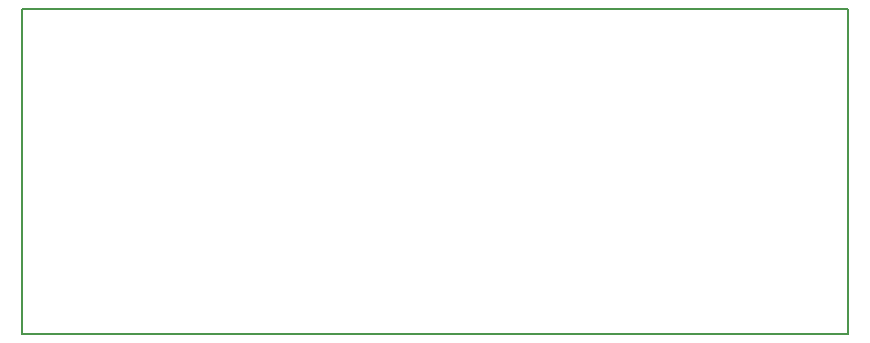
<source format=gm1>
G04 #@! TF.FileFunction,Profile,NP*
%FSLAX46Y46*%
G04 Gerber Fmt 4.6, Leading zero omitted, Abs format (unit mm)*
G04 Created by KiCad (PCBNEW 4.0.5-e0-6337~49~ubuntu14.04.1) date Thu Mar  9 20:13:56 2017*
%MOMM*%
%LPD*%
G01*
G04 APERTURE LIST*
%ADD10C,0.100000*%
%ADD11C,0.150000*%
G04 APERTURE END LIST*
D10*
D11*
X142000000Y-64000000D02*
X212000000Y-64000000D01*
X142000000Y-91500000D02*
X142000000Y-64000000D01*
X212000000Y-91500000D02*
X142000000Y-91500000D01*
X212000000Y-91500000D02*
X212000000Y-64000000D01*
M02*

</source>
